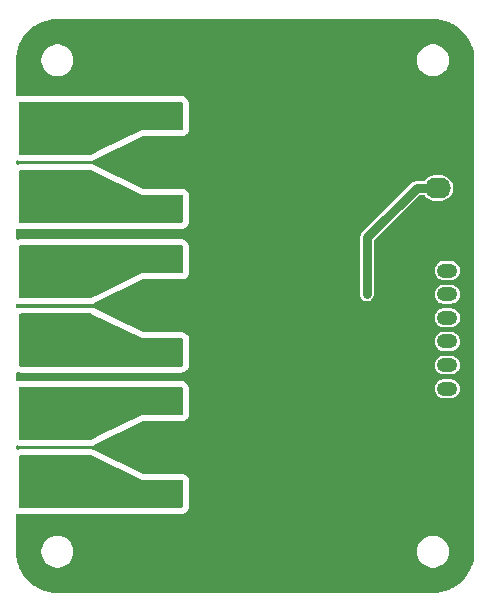
<source format=gbr>
%TF.GenerationSoftware,KiCad,Pcbnew,9.0.2*%
%TF.CreationDate,2025-07-21T15:30:35-04:00*%
%TF.ProjectId,Three Phase Current Sensor,54687265-6520-4506-9861-736520437572,rev?*%
%TF.SameCoordinates,Original*%
%TF.FileFunction,Copper,L2,Bot*%
%TF.FilePolarity,Positive*%
%FSLAX46Y46*%
G04 Gerber Fmt 4.6, Leading zero omitted, Abs format (unit mm)*
G04 Created by KiCad (PCBNEW 9.0.2) date 2025-07-21 15:30:35*
%MOMM*%
%LPD*%
G01*
G04 APERTURE LIST*
G04 Aperture macros list*
%AMRoundRect*
0 Rectangle with rounded corners*
0 $1 Rounding radius*
0 $2 $3 $4 $5 $6 $7 $8 $9 X,Y pos of 4 corners*
0 Add a 4 corners polygon primitive as box body*
4,1,4,$2,$3,$4,$5,$6,$7,$8,$9,$2,$3,0*
0 Add four circle primitives for the rounded corners*
1,1,$1+$1,$2,$3*
1,1,$1+$1,$4,$5*
1,1,$1+$1,$6,$7*
1,1,$1+$1,$8,$9*
0 Add four rect primitives between the rounded corners*
20,1,$1+$1,$2,$3,$4,$5,0*
20,1,$1+$1,$4,$5,$6,$7,0*
20,1,$1+$1,$6,$7,$8,$9,0*
20,1,$1+$1,$8,$9,$2,$3,0*%
G04 Aperture macros list end*
%TA.AperFunction,ComponentPad*%
%ADD10RoundRect,0.250000X-1.050000X1.050000X-1.050000X-1.050000X1.050000X-1.050000X1.050000X1.050000X0*%
%TD*%
%TA.AperFunction,ComponentPad*%
%ADD11C,2.600000*%
%TD*%
%TA.AperFunction,ComponentPad*%
%ADD12RoundRect,0.250000X-0.845000X0.620000X-0.845000X-0.620000X0.845000X-0.620000X0.845000X0.620000X0*%
%TD*%
%TA.AperFunction,ComponentPad*%
%ADD13O,2.190000X1.740000*%
%TD*%
%TA.AperFunction,ComponentPad*%
%ADD14RoundRect,0.250000X-0.625000X0.350000X-0.625000X-0.350000X0.625000X-0.350000X0.625000X0.350000X0*%
%TD*%
%TA.AperFunction,ComponentPad*%
%ADD15O,1.750000X1.200000*%
%TD*%
%TA.AperFunction,ViaPad*%
%ADD16C,0.600000*%
%TD*%
%TA.AperFunction,Conductor*%
%ADD17C,0.750000*%
%TD*%
G04 APERTURE END LIST*
D10*
%TO.P,J2,1,Pin_1*%
%TO.N,/Sensor U/IN_+*%
X61227500Y-48455000D03*
D11*
%TO.P,J2,2,Pin_2*%
%TO.N,/Sensor U/IN_-*%
X61227500Y-53535000D03*
%TD*%
D12*
%TO.P,J5,1,Pin_1*%
%TO.N,GND*%
X92000000Y-50460000D03*
D13*
%TO.P,J5,2,Pin_2*%
%TO.N,+3V3*%
X92000000Y-53000000D03*
%TD*%
D14*
%TO.P,J1,1,Pin_1*%
%TO.N,GND*%
X92800000Y-58000000D03*
D15*
%TO.P,J1,2,Pin_2*%
%TO.N,OUT_U_+*%
X92800000Y-60000000D03*
%TO.P,J1,3,Pin_3*%
%TO.N,REF_OUT*%
X92800000Y-62000000D03*
%TO.P,J1,4,Pin_4*%
%TO.N,OUT_V_+*%
X92800000Y-64000000D03*
%TO.P,J1,5,Pin_5*%
%TO.N,REF_OUT*%
X92800000Y-66000000D03*
%TO.P,J1,6,Pin_6*%
%TO.N,OUT_W_+*%
X92800000Y-68000000D03*
%TO.P,J1,7,Pin_7*%
%TO.N,REF_OUT*%
X92800000Y-70000000D03*
%TO.P,J1,8,Pin_8*%
%TO.N,GND*%
X92800000Y-72000000D03*
%TD*%
D10*
%TO.P,J3,1,Pin_1*%
%TO.N,/Sensor V/IN_+*%
X61227500Y-60455000D03*
D11*
%TO.P,J3,2,Pin_2*%
%TO.N,/Sensor V/IN_-*%
X61227500Y-65535000D03*
%TD*%
D10*
%TO.P,J4,1,Pin_1*%
%TO.N,/Sensor W/IN_+*%
X61227500Y-72455000D03*
D11*
%TO.P,J4,2,Pin_2*%
%TO.N,/Sensor W/IN_-*%
X61227500Y-77535000D03*
%TD*%
D16*
%TO.N,GND*%
X82005331Y-62305331D03*
X76927500Y-55327500D03*
X85515000Y-71315000D03*
X78400000Y-58300000D03*
X78357500Y-70300000D03*
X72800000Y-46335000D03*
X76927500Y-79235000D03*
X74400000Y-55300000D03*
X74387500Y-67195000D03*
X74387500Y-79195000D03*
X76927500Y-67235000D03*
X80750000Y-65000000D03*
%TO.N,+3V3*%
X86000000Y-62000000D03*
X86000000Y-57200000D03*
%TO.N,/Sensor U/IN_-*%
X60000000Y-55650000D03*
X57000000Y-54650000D03*
X65000000Y-53650000D03*
X64000000Y-53650000D03*
X59000000Y-55650000D03*
X59000000Y-54650000D03*
X58000000Y-53650000D03*
X66000000Y-54650000D03*
X64000000Y-52650000D03*
X58000000Y-54650000D03*
X63000000Y-54650000D03*
X66000000Y-55650000D03*
X63000000Y-52650000D03*
X69000000Y-55650000D03*
X57000000Y-52650000D03*
X63000000Y-55650000D03*
X57000000Y-53650000D03*
X63000000Y-53650000D03*
X68000000Y-55650000D03*
X65000000Y-55650000D03*
X64000000Y-55650000D03*
X65000000Y-54650000D03*
X59000000Y-52650000D03*
X59000000Y-53650000D03*
X66000000Y-53650000D03*
X58000000Y-52650000D03*
X61000000Y-55650000D03*
X57000000Y-55650000D03*
X62000000Y-55650000D03*
X58000000Y-55650000D03*
X64000000Y-54650000D03*
X70000000Y-55650000D03*
X67000000Y-55650000D03*
%TO.N,/Sensor U/IN_+*%
X66000000Y-47100000D03*
X66000000Y-48100000D03*
X57000000Y-48100000D03*
X59000000Y-47100000D03*
X63000000Y-46100000D03*
X59000000Y-48100000D03*
X65000000Y-46100000D03*
X59000000Y-46100000D03*
X59000000Y-49100000D03*
X57000000Y-46100000D03*
X64000000Y-46100000D03*
X62000000Y-46100000D03*
X60000000Y-46100000D03*
X66000000Y-46100000D03*
X58000000Y-47100000D03*
X65000000Y-48100000D03*
X58000000Y-49100000D03*
X70000000Y-46100000D03*
X65000000Y-47100000D03*
X57000000Y-47100000D03*
X61000000Y-46100000D03*
X69000000Y-46100000D03*
X68000000Y-46100000D03*
X67000000Y-46100000D03*
X64000000Y-49100000D03*
X64000000Y-47100000D03*
X64000000Y-48100000D03*
X63000000Y-47100000D03*
X57000000Y-49100000D03*
X63000000Y-48100000D03*
X63000000Y-49100000D03*
X58000000Y-46100000D03*
X58000000Y-48100000D03*
%TO.N,/Sensor V/IN_-*%
X58000000Y-67800000D03*
X63000000Y-64800000D03*
X64000000Y-65800000D03*
X61000000Y-67800000D03*
X60000000Y-67800000D03*
X62000000Y-67800000D03*
X58000000Y-64800000D03*
X57000000Y-66800000D03*
X66000000Y-66800000D03*
X64000000Y-64800000D03*
X63000000Y-67800000D03*
X58000000Y-65800000D03*
X59000000Y-64800000D03*
X65000000Y-65800000D03*
X64000000Y-66800000D03*
X70000000Y-67800000D03*
X57000000Y-67800000D03*
X68000000Y-67800000D03*
X66000000Y-67800000D03*
X67000000Y-67800000D03*
X63000000Y-65800000D03*
X65000000Y-66800000D03*
X59000000Y-67800000D03*
X69000000Y-67800000D03*
X66000000Y-65800000D03*
X59000000Y-66800000D03*
X63000000Y-66800000D03*
X64000000Y-67800000D03*
X59000000Y-65800000D03*
X57000000Y-65800000D03*
X57000000Y-64800000D03*
X65000000Y-67800000D03*
X58000000Y-66800000D03*
%TO.N,/Sensor V/IN_+*%
X59000000Y-60200000D03*
X69000000Y-58200000D03*
X64000000Y-58200000D03*
X64000000Y-61200000D03*
X65000000Y-58200000D03*
X62000000Y-58200000D03*
X66000000Y-59200000D03*
X63000000Y-60200000D03*
X59000000Y-59200000D03*
X64000000Y-60200000D03*
X58000000Y-61200000D03*
X59000000Y-58200000D03*
X57000000Y-58200000D03*
X63000000Y-59200000D03*
X57000000Y-61200000D03*
X66000000Y-60200000D03*
X57000000Y-60200000D03*
X67000000Y-58200000D03*
X63000000Y-61200000D03*
X59000000Y-61200000D03*
X58000000Y-59200000D03*
X70000000Y-58200000D03*
X58000000Y-58200000D03*
X68000000Y-58200000D03*
X63000000Y-58200000D03*
X61000000Y-58200000D03*
X60000000Y-58200000D03*
X65000000Y-60200000D03*
X57000000Y-59200000D03*
X66000000Y-58200000D03*
X58000000Y-60200000D03*
X65000000Y-59200000D03*
X64000000Y-59200000D03*
%TO.N,/Sensor W/IN_-*%
X68000000Y-79800000D03*
X66000000Y-77800000D03*
X58000000Y-78800000D03*
X57000000Y-77800000D03*
X65000000Y-78800000D03*
X69000000Y-79800000D03*
X59000000Y-76800000D03*
X58000000Y-76800000D03*
X64000000Y-78800000D03*
X59000000Y-79800000D03*
X70000000Y-79800000D03*
X64000000Y-79800000D03*
X57000000Y-78800000D03*
X65000000Y-77800000D03*
X63000000Y-76800000D03*
X57000000Y-79800000D03*
X63000000Y-79800000D03*
X62000000Y-79800000D03*
X59000000Y-78800000D03*
X66000000Y-78800000D03*
X66000000Y-79800000D03*
X60000000Y-79800000D03*
X59000000Y-77800000D03*
X63000000Y-78800000D03*
X58000000Y-79800000D03*
X57000000Y-76800000D03*
X67000000Y-79800000D03*
X58000000Y-77800000D03*
X63000000Y-77800000D03*
X65000000Y-79800000D03*
X64000000Y-77800000D03*
X61000000Y-79800000D03*
X64000000Y-76800000D03*
%TO.N,/Sensor W/IN_+*%
X63000000Y-70200000D03*
X64000000Y-71200000D03*
X67000000Y-70200000D03*
X63000000Y-73200000D03*
X63000000Y-71200000D03*
X61000000Y-70200000D03*
X70000000Y-70200000D03*
X60000000Y-70200000D03*
X64000000Y-72200000D03*
X57000000Y-73200000D03*
X59000000Y-72200000D03*
X59000000Y-70200000D03*
X66000000Y-72200000D03*
X64000000Y-73200000D03*
X57000000Y-72200000D03*
X64000000Y-70200000D03*
X66000000Y-71200000D03*
X63000000Y-72200000D03*
X58000000Y-70200000D03*
X62000000Y-70200000D03*
X69000000Y-70200000D03*
X59000000Y-73200000D03*
X58000000Y-71200000D03*
X66000000Y-70200000D03*
X59000000Y-71200000D03*
X65000000Y-72200000D03*
X65000000Y-70200000D03*
X68000000Y-70200000D03*
X57000000Y-70200000D03*
X57000000Y-71200000D03*
X58000000Y-72200000D03*
X58000000Y-73200000D03*
X65000000Y-71200000D03*
%TD*%
D17*
%TO.N,+3V3*%
X90200000Y-53000000D02*
X92000000Y-53000000D01*
X86000000Y-57200000D02*
X90200000Y-53000000D01*
X86000000Y-62000000D02*
X86000000Y-57200000D01*
%TD*%
%TA.AperFunction,Conductor*%
%TO.N,/Sensor U/IN_+*%
G36*
X70302411Y-45719685D02*
G01*
X70329174Y-45742900D01*
X70434802Y-45865072D01*
X70463757Y-45928660D01*
X70465000Y-45946172D01*
X70465000Y-47976000D01*
X70445315Y-48043039D01*
X70392511Y-48088794D01*
X70341000Y-48100000D01*
X66965000Y-48100000D01*
X63437260Y-49818642D01*
X62680182Y-50187475D01*
X62625874Y-50200000D01*
X56689000Y-50200000D01*
X56621961Y-50180315D01*
X56576206Y-50127511D01*
X56565000Y-50076000D01*
X56565000Y-45824000D01*
X56584685Y-45756961D01*
X56637489Y-45711206D01*
X56689000Y-45700000D01*
X70235372Y-45700000D01*
X70302411Y-45719685D01*
G37*
%TD.AperFunction*%
%TD*%
%TA.AperFunction,Conductor*%
%TO.N,/Sensor V/IN_-*%
G36*
X62680182Y-63647525D02*
G01*
X66965000Y-65735000D01*
X70341000Y-65735000D01*
X70408039Y-65754685D01*
X70453794Y-65807489D01*
X70465000Y-65859000D01*
X70465000Y-67888827D01*
X70457573Y-67914118D01*
X70453851Y-67940214D01*
X70446581Y-67951552D01*
X70445315Y-67955866D01*
X70434802Y-67969926D01*
X70329174Y-68092099D01*
X70270438Y-68129939D01*
X70235372Y-68135000D01*
X56689000Y-68135000D01*
X56621961Y-68115315D01*
X56576206Y-68062511D01*
X56565000Y-68011000D01*
X56565000Y-63759000D01*
X56584685Y-63691961D01*
X56637489Y-63646206D01*
X56689000Y-63635000D01*
X62625874Y-63635000D01*
X62680182Y-63647525D01*
G37*
%TD.AperFunction*%
%TD*%
%TA.AperFunction,Conductor*%
%TO.N,/Sensor V/IN_+*%
G36*
X70302411Y-57854685D02*
G01*
X70329174Y-57877900D01*
X70434802Y-58000072D01*
X70463757Y-58063660D01*
X70465000Y-58081172D01*
X70465000Y-60111000D01*
X70445315Y-60178039D01*
X70392511Y-60223794D01*
X70341000Y-60235000D01*
X66965000Y-60235000D01*
X63437260Y-61953642D01*
X62680182Y-62322475D01*
X62625874Y-62335000D01*
X56689000Y-62335000D01*
X56621961Y-62315315D01*
X56576206Y-62262511D01*
X56565000Y-62211000D01*
X56565000Y-57959000D01*
X56584685Y-57891961D01*
X56637489Y-57846206D01*
X56689000Y-57835000D01*
X70235372Y-57835000D01*
X70302411Y-57854685D01*
G37*
%TD.AperFunction*%
%TD*%
%TA.AperFunction,Conductor*%
%TO.N,/Sensor W/IN_+*%
G36*
X70302411Y-69854685D02*
G01*
X70329174Y-69877900D01*
X70434802Y-70000072D01*
X70463757Y-70063660D01*
X70465000Y-70081172D01*
X70465000Y-72111000D01*
X70445315Y-72178039D01*
X70392511Y-72223794D01*
X70341000Y-72235000D01*
X66965000Y-72235000D01*
X63437260Y-73953642D01*
X62680182Y-74322475D01*
X62625874Y-74335000D01*
X56689000Y-74335000D01*
X56621961Y-74315315D01*
X56576206Y-74262511D01*
X56565000Y-74211000D01*
X56565000Y-69959000D01*
X56584685Y-69891961D01*
X56637489Y-69846206D01*
X56689000Y-69835000D01*
X70235372Y-69835000D01*
X70302411Y-69854685D01*
G37*
%TD.AperFunction*%
%TD*%
%TA.AperFunction,Conductor*%
%TO.N,/Sensor U/IN_-*%
G36*
X62680182Y-51512525D02*
G01*
X66965000Y-53600000D01*
X70341000Y-53600000D01*
X70408039Y-53619685D01*
X70453794Y-53672489D01*
X70465000Y-53724000D01*
X70465000Y-55753827D01*
X70457573Y-55779118D01*
X70453851Y-55805214D01*
X70446581Y-55816552D01*
X70445315Y-55820866D01*
X70434802Y-55834926D01*
X70329174Y-55957099D01*
X70270438Y-55994939D01*
X70235372Y-56000000D01*
X56689000Y-56000000D01*
X56621961Y-55980315D01*
X56576206Y-55927511D01*
X56565000Y-55876000D01*
X56565000Y-51624000D01*
X56584685Y-51556961D01*
X56637489Y-51511206D01*
X56689000Y-51500000D01*
X62625874Y-51500000D01*
X62680182Y-51512525D01*
G37*
%TD.AperFunction*%
%TD*%
%TA.AperFunction,Conductor*%
%TO.N,/Sensor W/IN_-*%
G36*
X62680182Y-75647525D02*
G01*
X66965000Y-77735000D01*
X70341000Y-77735000D01*
X70408039Y-77754685D01*
X70453794Y-77807489D01*
X70465000Y-77859000D01*
X70465000Y-79888827D01*
X70457573Y-79914118D01*
X70453851Y-79940214D01*
X70446581Y-79951552D01*
X70445315Y-79955866D01*
X70434802Y-79969926D01*
X70329174Y-80092099D01*
X70270438Y-80129939D01*
X70235372Y-80135000D01*
X56689000Y-80135000D01*
X56621961Y-80115315D01*
X56576206Y-80062511D01*
X56565000Y-80011000D01*
X56565000Y-75759000D01*
X56584685Y-75691961D01*
X56637489Y-75646206D01*
X56689000Y-75635000D01*
X62625874Y-75635000D01*
X62680182Y-75647525D01*
G37*
%TD.AperFunction*%
%TD*%
%TA.AperFunction,Conductor*%
%TO.N,GND*%
G36*
X91603032Y-38700648D02*
G01*
X91936929Y-38717052D01*
X91949037Y-38718245D01*
X92052146Y-38733539D01*
X92276699Y-38766849D01*
X92288617Y-38769219D01*
X92609951Y-38849709D01*
X92621588Y-38853240D01*
X92692806Y-38878722D01*
X92933467Y-38964832D01*
X92944688Y-38969479D01*
X93244163Y-39111120D01*
X93254871Y-39116844D01*
X93538988Y-39287137D01*
X93549106Y-39293897D01*
X93815170Y-39491224D01*
X93824576Y-39498944D01*
X94070013Y-39721395D01*
X94078604Y-39729986D01*
X94265755Y-39936475D01*
X94301055Y-39975423D01*
X94308775Y-39984829D01*
X94506102Y-40250893D01*
X94512862Y-40261011D01*
X94641776Y-40476092D01*
X94683148Y-40545116D01*
X94688885Y-40555848D01*
X94830514Y-40855297D01*
X94835170Y-40866540D01*
X94946759Y-41178411D01*
X94950292Y-41190055D01*
X95030777Y-41511369D01*
X95033151Y-41523305D01*
X95081754Y-41850962D01*
X95082947Y-41863071D01*
X95099351Y-42196966D01*
X95099500Y-42203051D01*
X95099500Y-83796948D01*
X95099351Y-83803033D01*
X95082947Y-84136928D01*
X95081754Y-84149037D01*
X95033151Y-84476694D01*
X95030777Y-84488630D01*
X94950292Y-84809944D01*
X94946759Y-84821588D01*
X94835170Y-85133459D01*
X94830514Y-85144702D01*
X94688885Y-85444151D01*
X94683148Y-85454883D01*
X94512862Y-85738988D01*
X94506102Y-85749106D01*
X94308775Y-86015170D01*
X94301055Y-86024576D01*
X94078611Y-86270006D01*
X94070006Y-86278611D01*
X93824576Y-86501055D01*
X93815170Y-86508775D01*
X93549106Y-86706102D01*
X93538988Y-86712862D01*
X93254883Y-86883148D01*
X93244151Y-86888885D01*
X92944702Y-87030514D01*
X92933459Y-87035170D01*
X92621588Y-87146759D01*
X92609944Y-87150292D01*
X92288630Y-87230777D01*
X92276694Y-87233151D01*
X91949037Y-87281754D01*
X91936928Y-87282947D01*
X91621989Y-87298419D01*
X91603031Y-87299351D01*
X91596949Y-87299500D01*
X59803051Y-87299500D01*
X59796968Y-87299351D01*
X59776900Y-87298365D01*
X59463071Y-87282947D01*
X59450962Y-87281754D01*
X59123305Y-87233151D01*
X59111369Y-87230777D01*
X58790055Y-87150292D01*
X58778411Y-87146759D01*
X58466540Y-87035170D01*
X58455301Y-87030515D01*
X58155844Y-86888883D01*
X58145121Y-86883150D01*
X57861011Y-86712862D01*
X57850893Y-86706102D01*
X57584829Y-86508775D01*
X57575423Y-86501055D01*
X57536475Y-86465755D01*
X57329986Y-86278604D01*
X57321395Y-86270013D01*
X57098944Y-86024576D01*
X57091224Y-86015170D01*
X56893897Y-85749106D01*
X56887137Y-85738988D01*
X56716844Y-85454871D01*
X56711120Y-85444163D01*
X56569479Y-85144688D01*
X56564829Y-85133459D01*
X56535523Y-85051555D01*
X56453240Y-84821588D01*
X56449707Y-84809944D01*
X56417106Y-84679792D01*
X56369219Y-84488617D01*
X56366848Y-84476694D01*
X56318245Y-84149037D01*
X56317052Y-84136927D01*
X56300649Y-83803032D01*
X56300500Y-83796948D01*
X56300500Y-83693713D01*
X58449500Y-83693713D01*
X58449500Y-83906287D01*
X58482754Y-84116243D01*
X58493409Y-84149037D01*
X58548444Y-84318414D01*
X58644951Y-84507820D01*
X58769890Y-84679786D01*
X58920213Y-84830109D01*
X59092179Y-84955048D01*
X59092181Y-84955049D01*
X59092184Y-84955051D01*
X59281588Y-85051557D01*
X59483757Y-85117246D01*
X59693713Y-85150500D01*
X59693714Y-85150500D01*
X59906286Y-85150500D01*
X59906287Y-85150500D01*
X60116243Y-85117246D01*
X60318412Y-85051557D01*
X60507816Y-84955051D01*
X60529789Y-84939086D01*
X60679786Y-84830109D01*
X60679788Y-84830106D01*
X60679792Y-84830104D01*
X60830104Y-84679792D01*
X60830106Y-84679788D01*
X60830109Y-84679786D01*
X60955048Y-84507820D01*
X60955047Y-84507820D01*
X60955051Y-84507816D01*
X61051557Y-84318412D01*
X61117246Y-84116243D01*
X61150500Y-83906287D01*
X61150500Y-83693713D01*
X90249500Y-83693713D01*
X90249500Y-83906287D01*
X90282754Y-84116243D01*
X90293409Y-84149037D01*
X90348444Y-84318414D01*
X90444951Y-84507820D01*
X90569890Y-84679786D01*
X90720213Y-84830109D01*
X90892179Y-84955048D01*
X90892181Y-84955049D01*
X90892184Y-84955051D01*
X91081588Y-85051557D01*
X91283757Y-85117246D01*
X91493713Y-85150500D01*
X91493714Y-85150500D01*
X91706286Y-85150500D01*
X91706287Y-85150500D01*
X91916243Y-85117246D01*
X92118412Y-85051557D01*
X92307816Y-84955051D01*
X92329789Y-84939086D01*
X92479786Y-84830109D01*
X92479788Y-84830106D01*
X92479792Y-84830104D01*
X92630104Y-84679792D01*
X92630106Y-84679788D01*
X92630109Y-84679786D01*
X92755048Y-84507820D01*
X92755047Y-84507820D01*
X92755051Y-84507816D01*
X92851557Y-84318412D01*
X92917246Y-84116243D01*
X92950500Y-83906287D01*
X92950500Y-83693713D01*
X92917246Y-83483757D01*
X92851557Y-83281588D01*
X92755051Y-83092184D01*
X92755049Y-83092181D01*
X92755048Y-83092179D01*
X92630109Y-82920213D01*
X92479786Y-82769890D01*
X92307820Y-82644951D01*
X92118414Y-82548444D01*
X92118413Y-82548443D01*
X92118412Y-82548443D01*
X91916243Y-82482754D01*
X91916241Y-82482753D01*
X91916240Y-82482753D01*
X91754957Y-82457208D01*
X91706287Y-82449500D01*
X91493713Y-82449500D01*
X91445042Y-82457208D01*
X91283760Y-82482753D01*
X91081585Y-82548444D01*
X90892179Y-82644951D01*
X90720213Y-82769890D01*
X90569890Y-82920213D01*
X90444951Y-83092179D01*
X90348444Y-83281585D01*
X90282753Y-83483760D01*
X90249500Y-83693713D01*
X61150500Y-83693713D01*
X61117246Y-83483757D01*
X61051557Y-83281588D01*
X60955051Y-83092184D01*
X60955049Y-83092181D01*
X60955048Y-83092179D01*
X60830109Y-82920213D01*
X60679786Y-82769890D01*
X60507820Y-82644951D01*
X60318414Y-82548444D01*
X60318413Y-82548443D01*
X60318412Y-82548443D01*
X60116243Y-82482754D01*
X60116241Y-82482753D01*
X60116240Y-82482753D01*
X59954957Y-82457208D01*
X59906287Y-82449500D01*
X59693713Y-82449500D01*
X59645042Y-82457208D01*
X59483760Y-82482753D01*
X59281585Y-82548444D01*
X59092179Y-82644951D01*
X58920213Y-82769890D01*
X58769890Y-82920213D01*
X58644951Y-83092179D01*
X58548444Y-83281585D01*
X58482753Y-83483760D01*
X58449500Y-83693713D01*
X56300500Y-83693713D01*
X56300500Y-80711520D01*
X56320185Y-80644481D01*
X56372989Y-80598726D01*
X56442147Y-80588782D01*
X56476016Y-80598728D01*
X56479541Y-80600338D01*
X56546580Y-80620023D01*
X56546584Y-80620024D01*
X56689000Y-80640500D01*
X56689003Y-80640500D01*
X70235364Y-80640500D01*
X70235372Y-80640500D01*
X70299496Y-80635896D01*
X70307583Y-80635316D01*
X70307589Y-80635314D01*
X70342648Y-80630255D01*
X70413395Y-80614804D01*
X70544206Y-80554887D01*
X70602942Y-80517047D01*
X70711570Y-80422710D01*
X70711577Y-80422702D01*
X70817178Y-80300561D01*
X70817188Y-80300548D01*
X70817198Y-80300537D01*
X70839644Y-80272636D01*
X70850157Y-80258576D01*
X70870610Y-80229096D01*
X70874317Y-80220975D01*
X70879386Y-80213070D01*
X70913907Y-80149688D01*
X70926464Y-80106743D01*
X70930172Y-80098618D01*
X70930175Y-80098616D01*
X70930182Y-80098598D01*
X70930360Y-80098209D01*
X70931626Y-80093895D01*
X70931625Y-80093894D01*
X70933073Y-80088962D01*
X70933080Y-80088940D01*
X70942591Y-80056549D01*
X70942592Y-80056550D01*
X70950019Y-80031259D01*
X70950024Y-80031243D01*
X70950833Y-80025611D01*
X70951763Y-80021328D01*
X70952294Y-80020354D01*
X70953931Y-80012808D01*
X70954285Y-80011596D01*
X70954287Y-80011590D01*
X70958009Y-79985494D01*
X70958007Y-79985493D01*
X70963706Y-79945541D01*
X70964148Y-79933002D01*
X70970500Y-79888824D01*
X70970500Y-77859010D01*
X70970500Y-77859000D01*
X70958947Y-77751544D01*
X70947741Y-77700033D01*
X70947637Y-77699722D01*
X70913616Y-77597502D01*
X70913613Y-77597496D01*
X70835828Y-77476462D01*
X70835825Y-77476457D01*
X70835820Y-77476451D01*
X70790076Y-77423659D01*
X70790072Y-77423656D01*
X70790070Y-77423653D01*
X70681336Y-77329433D01*
X70681333Y-77329431D01*
X70681331Y-77329430D01*
X70550465Y-77269664D01*
X70550460Y-77269662D01*
X70550459Y-77269662D01*
X70483420Y-77249977D01*
X70483422Y-77249977D01*
X70483417Y-77249976D01*
X70435944Y-77243150D01*
X70341000Y-77229500D01*
X70340998Y-77229500D01*
X67110184Y-77229500D01*
X67055876Y-77216975D01*
X62901576Y-75193086D01*
X62793785Y-75154955D01*
X62739480Y-75142431D01*
X62739478Y-75142430D01*
X62739475Y-75142430D01*
X62625874Y-75129500D01*
X56689000Y-75129500D01*
X56688991Y-75129500D01*
X56688990Y-75129501D01*
X56581549Y-75141052D01*
X56581537Y-75141054D01*
X56530032Y-75152259D01*
X56463658Y-75174350D01*
X56435116Y-75175369D01*
X56406853Y-75179433D01*
X56400648Y-75176599D01*
X56393833Y-75176843D01*
X56369274Y-75162271D01*
X56343297Y-75150408D01*
X56339609Y-75144670D01*
X56333744Y-75141190D01*
X56320961Y-75115653D01*
X56305523Y-75091630D01*
X56304147Y-75082060D01*
X56302470Y-75078710D01*
X56300500Y-75056695D01*
X56300500Y-74911520D01*
X56320185Y-74844481D01*
X56372989Y-74798726D01*
X56442147Y-74788782D01*
X56476016Y-74798728D01*
X56479541Y-74800338D01*
X56546580Y-74820023D01*
X56546584Y-74820024D01*
X56689000Y-74840500D01*
X56689003Y-74840500D01*
X62625870Y-74840500D01*
X62625874Y-74840500D01*
X62739475Y-74827570D01*
X62793783Y-74815045D01*
X62901576Y-74776914D01*
X67055876Y-72753025D01*
X67110184Y-72740500D01*
X70340990Y-72740500D01*
X70341000Y-72740500D01*
X70448456Y-72728947D01*
X70499967Y-72717741D01*
X70534197Y-72706347D01*
X70602497Y-72683616D01*
X70602501Y-72683613D01*
X70602504Y-72683613D01*
X70723543Y-72605825D01*
X70776347Y-72560070D01*
X70870567Y-72451336D01*
X70930338Y-72320459D01*
X70950023Y-72253420D01*
X70950024Y-72253416D01*
X70970500Y-72111000D01*
X70970500Y-70081172D01*
X70970417Y-70078844D01*
X70969231Y-70045391D01*
X70969231Y-70045382D01*
X70967988Y-70027870D01*
X70964191Y-69992271D01*
X70943394Y-69921153D01*
X91724500Y-69921153D01*
X91724500Y-70078846D01*
X91755261Y-70233489D01*
X91755264Y-70233501D01*
X91815602Y-70379172D01*
X91815609Y-70379185D01*
X91903210Y-70510288D01*
X91903213Y-70510292D01*
X92014707Y-70621786D01*
X92014711Y-70621789D01*
X92145814Y-70709390D01*
X92145827Y-70709397D01*
X92291498Y-70769735D01*
X92291503Y-70769737D01*
X92446153Y-70800499D01*
X92446156Y-70800500D01*
X92446158Y-70800500D01*
X93153844Y-70800500D01*
X93153845Y-70800499D01*
X93308497Y-70769737D01*
X93454179Y-70709394D01*
X93585289Y-70621789D01*
X93696789Y-70510289D01*
X93784394Y-70379179D01*
X93844737Y-70233497D01*
X93875500Y-70078842D01*
X93875500Y-69921158D01*
X93875500Y-69921155D01*
X93875499Y-69921153D01*
X93862175Y-69854168D01*
X93844737Y-69766503D01*
X93804541Y-69669460D01*
X93784397Y-69620827D01*
X93784390Y-69620814D01*
X93696789Y-69489711D01*
X93696786Y-69489707D01*
X93585292Y-69378213D01*
X93585288Y-69378210D01*
X93454185Y-69290609D01*
X93454172Y-69290602D01*
X93308501Y-69230264D01*
X93308489Y-69230261D01*
X93153845Y-69199500D01*
X93153842Y-69199500D01*
X92446158Y-69199500D01*
X92446155Y-69199500D01*
X92291510Y-69230261D01*
X92291498Y-69230264D01*
X92145827Y-69290602D01*
X92145814Y-69290609D01*
X92014711Y-69378210D01*
X92014707Y-69378213D01*
X91903213Y-69489707D01*
X91903210Y-69489711D01*
X91815609Y-69620814D01*
X91815602Y-69620827D01*
X91755264Y-69766498D01*
X91755261Y-69766510D01*
X91724500Y-69921153D01*
X70943394Y-69921153D01*
X70923807Y-69854175D01*
X70894852Y-69790587D01*
X70894851Y-69790585D01*
X70879416Y-69766510D01*
X70817196Y-69669459D01*
X70817193Y-69669455D01*
X70711569Y-69547288D01*
X70711566Y-69547284D01*
X70660411Y-69496045D01*
X70660404Y-69496039D01*
X70633646Y-69472828D01*
X70633638Y-69472822D01*
X70575712Y-69429435D01*
X70444834Y-69369663D01*
X70377789Y-69349976D01*
X70315719Y-69341052D01*
X70235372Y-69329500D01*
X56689000Y-69329500D01*
X56688991Y-69329500D01*
X56688990Y-69329501D01*
X56581549Y-69341052D01*
X56581537Y-69341054D01*
X56530032Y-69352259D01*
X56463658Y-69374350D01*
X56393833Y-69376843D01*
X56333744Y-69341190D01*
X56302470Y-69278710D01*
X56300500Y-69256695D01*
X56300500Y-68711520D01*
X56320185Y-68644481D01*
X56372989Y-68598726D01*
X56442147Y-68588782D01*
X56476016Y-68598728D01*
X56479541Y-68600338D01*
X56546580Y-68620023D01*
X56546584Y-68620024D01*
X56689000Y-68640500D01*
X56689003Y-68640500D01*
X70235364Y-68640500D01*
X70235372Y-68640500D01*
X70299496Y-68635896D01*
X70307583Y-68635316D01*
X70307589Y-68635314D01*
X70342648Y-68630255D01*
X70413395Y-68614804D01*
X70544206Y-68554887D01*
X70602942Y-68517047D01*
X70711570Y-68422710D01*
X70749212Y-68379172D01*
X70817178Y-68300561D01*
X70817188Y-68300548D01*
X70817198Y-68300537D01*
X70839644Y-68272636D01*
X70850157Y-68258576D01*
X70870610Y-68229096D01*
X70874317Y-68220975D01*
X70879386Y-68213070D01*
X70913907Y-68149688D01*
X70926464Y-68106743D01*
X70930172Y-68098618D01*
X70930175Y-68098616D01*
X70930182Y-68098598D01*
X70930360Y-68098209D01*
X70931626Y-68093895D01*
X70931625Y-68093894D01*
X70933073Y-68088962D01*
X70933080Y-68088940D01*
X70942591Y-68056549D01*
X70942592Y-68056550D01*
X70950019Y-68031259D01*
X70950024Y-68031243D01*
X70950833Y-68025611D01*
X70951763Y-68021328D01*
X70952294Y-68020354D01*
X70953931Y-68012808D01*
X70954285Y-68011596D01*
X70954287Y-68011590D01*
X70958009Y-67985494D01*
X70958007Y-67985493D01*
X70963706Y-67945540D01*
X70964148Y-67933004D01*
X70965852Y-67921153D01*
X91724500Y-67921153D01*
X91724500Y-68078846D01*
X91755261Y-68233489D01*
X91755264Y-68233501D01*
X91815602Y-68379172D01*
X91815609Y-68379185D01*
X91903210Y-68510288D01*
X91903213Y-68510292D01*
X92014707Y-68621786D01*
X92014711Y-68621789D01*
X92145814Y-68709390D01*
X92145827Y-68709397D01*
X92291498Y-68769735D01*
X92291503Y-68769737D01*
X92446153Y-68800499D01*
X92446156Y-68800500D01*
X92446158Y-68800500D01*
X93153844Y-68800500D01*
X93153845Y-68800499D01*
X93308497Y-68769737D01*
X93421166Y-68723067D01*
X93454172Y-68709397D01*
X93454172Y-68709396D01*
X93454179Y-68709394D01*
X93585289Y-68621789D01*
X93696789Y-68510289D01*
X93784394Y-68379179D01*
X93844737Y-68233497D01*
X93875500Y-68078842D01*
X93875500Y-67921158D01*
X93875500Y-67921155D01*
X93875499Y-67921153D01*
X93869069Y-67888827D01*
X93844737Y-67766503D01*
X93844735Y-67766498D01*
X93784397Y-67620827D01*
X93784390Y-67620814D01*
X93696789Y-67489711D01*
X93696786Y-67489707D01*
X93585292Y-67378213D01*
X93585288Y-67378210D01*
X93454185Y-67290609D01*
X93454172Y-67290602D01*
X93308501Y-67230264D01*
X93308489Y-67230261D01*
X93153845Y-67199500D01*
X93153842Y-67199500D01*
X92446158Y-67199500D01*
X92446155Y-67199500D01*
X92291510Y-67230261D01*
X92291498Y-67230264D01*
X92145827Y-67290602D01*
X92145814Y-67290609D01*
X92014711Y-67378210D01*
X92014707Y-67378213D01*
X91903213Y-67489707D01*
X91903210Y-67489711D01*
X91815609Y-67620814D01*
X91815602Y-67620827D01*
X91755264Y-67766498D01*
X91755261Y-67766510D01*
X91724500Y-67921153D01*
X70965852Y-67921153D01*
X70969264Y-67897420D01*
X70970500Y-67888827D01*
X70970500Y-65921153D01*
X91724500Y-65921153D01*
X91724500Y-66078846D01*
X91755261Y-66233489D01*
X91755264Y-66233501D01*
X91815602Y-66379172D01*
X91815609Y-66379185D01*
X91903210Y-66510288D01*
X91903213Y-66510292D01*
X92014707Y-66621786D01*
X92014711Y-66621789D01*
X92145814Y-66709390D01*
X92145827Y-66709397D01*
X92291498Y-66769735D01*
X92291503Y-66769737D01*
X92446153Y-66800499D01*
X92446156Y-66800500D01*
X92446158Y-66800500D01*
X93153844Y-66800500D01*
X93153845Y-66800499D01*
X93308497Y-66769737D01*
X93454179Y-66709394D01*
X93585289Y-66621789D01*
X93696789Y-66510289D01*
X93784394Y-66379179D01*
X93844737Y-66233497D01*
X93875500Y-66078842D01*
X93875500Y-65921158D01*
X93875500Y-65921155D01*
X93875499Y-65921153D01*
X93844738Y-65766510D01*
X93844737Y-65766503D01*
X93838538Y-65751537D01*
X93784397Y-65620827D01*
X93784390Y-65620814D01*
X93696789Y-65489711D01*
X93696786Y-65489707D01*
X93585292Y-65378213D01*
X93585288Y-65378210D01*
X93454185Y-65290609D01*
X93454172Y-65290602D01*
X93308501Y-65230264D01*
X93308489Y-65230261D01*
X93153845Y-65199500D01*
X93153842Y-65199500D01*
X92446158Y-65199500D01*
X92446155Y-65199500D01*
X92291510Y-65230261D01*
X92291498Y-65230264D01*
X92145827Y-65290602D01*
X92145814Y-65290609D01*
X92014711Y-65378210D01*
X92014707Y-65378213D01*
X91903213Y-65489707D01*
X91903210Y-65489711D01*
X91815609Y-65620814D01*
X91815602Y-65620827D01*
X91755264Y-65766498D01*
X91755261Y-65766510D01*
X91724500Y-65921153D01*
X70970500Y-65921153D01*
X70970500Y-65859000D01*
X70958947Y-65751544D01*
X70947741Y-65700033D01*
X70947637Y-65699722D01*
X70913616Y-65597502D01*
X70913613Y-65597496D01*
X70835828Y-65476462D01*
X70835825Y-65476457D01*
X70835820Y-65476451D01*
X70790076Y-65423659D01*
X70790072Y-65423656D01*
X70790070Y-65423653D01*
X70681336Y-65329433D01*
X70681333Y-65329431D01*
X70681331Y-65329430D01*
X70550465Y-65269664D01*
X70550460Y-65269662D01*
X70550459Y-65269662D01*
X70483420Y-65249977D01*
X70483422Y-65249977D01*
X70483417Y-65249976D01*
X70435944Y-65243150D01*
X70341000Y-65229500D01*
X70340998Y-65229500D01*
X67110184Y-65229500D01*
X67055876Y-65216975D01*
X64612353Y-64026541D01*
X64396030Y-63921153D01*
X91724500Y-63921153D01*
X91724500Y-64078846D01*
X91755261Y-64233489D01*
X91755264Y-64233501D01*
X91815602Y-64379172D01*
X91815609Y-64379185D01*
X91903210Y-64510288D01*
X91903213Y-64510292D01*
X92014707Y-64621786D01*
X92014711Y-64621789D01*
X92145814Y-64709390D01*
X92145827Y-64709397D01*
X92291498Y-64769735D01*
X92291503Y-64769737D01*
X92446153Y-64800499D01*
X92446156Y-64800500D01*
X92446158Y-64800500D01*
X93153844Y-64800500D01*
X93153845Y-64800499D01*
X93308497Y-64769737D01*
X93454179Y-64709394D01*
X93585289Y-64621789D01*
X93696789Y-64510289D01*
X93784394Y-64379179D01*
X93844737Y-64233497D01*
X93875500Y-64078842D01*
X93875500Y-63921158D01*
X93875500Y-63921155D01*
X93875499Y-63921153D01*
X93844738Y-63766510D01*
X93844737Y-63766503D01*
X93844735Y-63766498D01*
X93784397Y-63620827D01*
X93784390Y-63620814D01*
X93696789Y-63489711D01*
X93696786Y-63489707D01*
X93585292Y-63378213D01*
X93585288Y-63378210D01*
X93454185Y-63290609D01*
X93454172Y-63290602D01*
X93308501Y-63230264D01*
X93308489Y-63230261D01*
X93153845Y-63199500D01*
X93153842Y-63199500D01*
X92446158Y-63199500D01*
X92446155Y-63199500D01*
X92291510Y-63230261D01*
X92291498Y-63230264D01*
X92145827Y-63290602D01*
X92145814Y-63290609D01*
X92014711Y-63378210D01*
X92014707Y-63378213D01*
X91903213Y-63489707D01*
X91903210Y-63489711D01*
X91815609Y-63620814D01*
X91815602Y-63620827D01*
X91755264Y-63766498D01*
X91755261Y-63766510D01*
X91724500Y-63921153D01*
X64396030Y-63921153D01*
X62901576Y-63193086D01*
X62793785Y-63154955D01*
X62739480Y-63142431D01*
X62739478Y-63142430D01*
X62739475Y-63142430D01*
X62625874Y-63129500D01*
X56689000Y-63129500D01*
X56688991Y-63129500D01*
X56688990Y-63129501D01*
X56581549Y-63141052D01*
X56581537Y-63141054D01*
X56530032Y-63152259D01*
X56463658Y-63174350D01*
X56435116Y-63175369D01*
X56406853Y-63179433D01*
X56400648Y-63176599D01*
X56393833Y-63176843D01*
X56369274Y-63162271D01*
X56343297Y-63150408D01*
X56339609Y-63144670D01*
X56333744Y-63141190D01*
X56320961Y-63115653D01*
X56305523Y-63091630D01*
X56304147Y-63082060D01*
X56302470Y-63078710D01*
X56300500Y-63056695D01*
X56300500Y-62911520D01*
X56320185Y-62844481D01*
X56372989Y-62798726D01*
X56442147Y-62788782D01*
X56476016Y-62798728D01*
X56479541Y-62800338D01*
X56546580Y-62820023D01*
X56546584Y-62820024D01*
X56689000Y-62840500D01*
X56689003Y-62840500D01*
X62625870Y-62840500D01*
X62625874Y-62840500D01*
X62739475Y-62827570D01*
X62793783Y-62815045D01*
X62901576Y-62776914D01*
X67055876Y-60753025D01*
X67110184Y-60740500D01*
X70340990Y-60740500D01*
X70341000Y-60740500D01*
X70448456Y-60728947D01*
X70499967Y-60717741D01*
X70534197Y-60706347D01*
X70602497Y-60683616D01*
X70602501Y-60683613D01*
X70602504Y-60683613D01*
X70723543Y-60605825D01*
X70776347Y-60560070D01*
X70870567Y-60451336D01*
X70930338Y-60320459D01*
X70950023Y-60253420D01*
X70950024Y-60253416D01*
X70970500Y-60111000D01*
X70970500Y-58081172D01*
X70969231Y-58045382D01*
X70967988Y-58027870D01*
X70964191Y-57992271D01*
X70923807Y-57854175D01*
X70894852Y-57790587D01*
X70894851Y-57790585D01*
X70817197Y-57669460D01*
X70711569Y-57547288D01*
X70711566Y-57547284D01*
X70660411Y-57496045D01*
X70660404Y-57496039D01*
X70633646Y-57472828D01*
X70633638Y-57472822D01*
X70575712Y-57429435D01*
X70560971Y-57422703D01*
X70460555Y-57376843D01*
X70444834Y-57369663D01*
X70377789Y-57349976D01*
X70315719Y-57341052D01*
X70235372Y-57329500D01*
X56689000Y-57329500D01*
X56688991Y-57329500D01*
X56688990Y-57329501D01*
X56581549Y-57341052D01*
X56581537Y-57341054D01*
X56530032Y-57352259D01*
X56463658Y-57374350D01*
X56393833Y-57376843D01*
X56333744Y-57341190D01*
X56302470Y-57278710D01*
X56300500Y-57256695D01*
X56300500Y-57124234D01*
X85424500Y-57124234D01*
X85424500Y-62075766D01*
X85444109Y-62148950D01*
X85463719Y-62222136D01*
X85470281Y-62233501D01*
X85539485Y-62353365D01*
X85646635Y-62460515D01*
X85777865Y-62536281D01*
X85924234Y-62575500D01*
X85924236Y-62575500D01*
X86075764Y-62575500D01*
X86075766Y-62575500D01*
X86222135Y-62536281D01*
X86353365Y-62460515D01*
X86460515Y-62353365D01*
X86536281Y-62222135D01*
X86575500Y-62075766D01*
X86575500Y-61921153D01*
X91724500Y-61921153D01*
X91724500Y-62078846D01*
X91755261Y-62233489D01*
X91755264Y-62233501D01*
X91815602Y-62379172D01*
X91815609Y-62379185D01*
X91903210Y-62510288D01*
X91903213Y-62510292D01*
X92014707Y-62621786D01*
X92014711Y-62621789D01*
X92145814Y-62709390D01*
X92145827Y-62709397D01*
X92291498Y-62769735D01*
X92291503Y-62769737D01*
X92437240Y-62798726D01*
X92446153Y-62800499D01*
X92446156Y-62800500D01*
X92446158Y-62800500D01*
X93153844Y-62800500D01*
X93153845Y-62800499D01*
X93308497Y-62769737D01*
X93454179Y-62709394D01*
X93585289Y-62621789D01*
X93696789Y-62510289D01*
X93784394Y-62379179D01*
X93844737Y-62233497D01*
X93875500Y-62078842D01*
X93875500Y-61921158D01*
X93875500Y-61921155D01*
X93875499Y-61921153D01*
X93844738Y-61766510D01*
X93844737Y-61766503D01*
X93844735Y-61766498D01*
X93784397Y-61620827D01*
X93784390Y-61620814D01*
X93696789Y-61489711D01*
X93696786Y-61489707D01*
X93585292Y-61378213D01*
X93585288Y-61378210D01*
X93454185Y-61290609D01*
X93454172Y-61290602D01*
X93308501Y-61230264D01*
X93308489Y-61230261D01*
X93153845Y-61199500D01*
X93153842Y-61199500D01*
X92446158Y-61199500D01*
X92446155Y-61199500D01*
X92291510Y-61230261D01*
X92291498Y-61230264D01*
X92145827Y-61290602D01*
X92145814Y-61290609D01*
X92014711Y-61378210D01*
X92014707Y-61378213D01*
X91903213Y-61489707D01*
X91903210Y-61489711D01*
X91815609Y-61620814D01*
X91815602Y-61620827D01*
X91755264Y-61766498D01*
X91755261Y-61766510D01*
X91724500Y-61921153D01*
X86575500Y-61921153D01*
X86575500Y-59921153D01*
X91724500Y-59921153D01*
X91724500Y-60078846D01*
X91755261Y-60233489D01*
X91755264Y-60233501D01*
X91815602Y-60379172D01*
X91815609Y-60379185D01*
X91903210Y-60510288D01*
X91903213Y-60510292D01*
X92014707Y-60621786D01*
X92014711Y-60621789D01*
X92145814Y-60709390D01*
X92145827Y-60709397D01*
X92251156Y-60753025D01*
X92291503Y-60769737D01*
X92446153Y-60800499D01*
X92446156Y-60800500D01*
X92446158Y-60800500D01*
X93153844Y-60800500D01*
X93153845Y-60800499D01*
X93308497Y-60769737D01*
X93421166Y-60723067D01*
X93454172Y-60709397D01*
X93454172Y-60709396D01*
X93454179Y-60709394D01*
X93585289Y-60621789D01*
X93696789Y-60510289D01*
X93784394Y-60379179D01*
X93844737Y-60233497D01*
X93875500Y-60078842D01*
X93875500Y-59921158D01*
X93875500Y-59921155D01*
X93875499Y-59921153D01*
X93844738Y-59766510D01*
X93844737Y-59766503D01*
X93844735Y-59766498D01*
X93784397Y-59620827D01*
X93784390Y-59620814D01*
X93696789Y-59489711D01*
X93696786Y-59489707D01*
X93585292Y-59378213D01*
X93585288Y-59378210D01*
X93454185Y-59290609D01*
X93454172Y-59290602D01*
X93308501Y-59230264D01*
X93308489Y-59230261D01*
X93153845Y-59199500D01*
X93153842Y-59199500D01*
X92446158Y-59199500D01*
X92446155Y-59199500D01*
X92291510Y-59230261D01*
X92291498Y-59230264D01*
X92145827Y-59290602D01*
X92145814Y-59290609D01*
X92014711Y-59378210D01*
X92014707Y-59378213D01*
X91903213Y-59489707D01*
X91903210Y-59489711D01*
X91815609Y-59620814D01*
X91815602Y-59620827D01*
X91755264Y-59766498D01*
X91755261Y-59766510D01*
X91724500Y-59921153D01*
X86575500Y-59921153D01*
X86575500Y-57489742D01*
X86595185Y-57422703D01*
X86611819Y-57402061D01*
X90402061Y-53611819D01*
X90463384Y-53578334D01*
X90489742Y-53575500D01*
X90805778Y-53575500D01*
X90872817Y-53595185D01*
X90908879Y-53630608D01*
X90931798Y-53664908D01*
X90943489Y-53682406D01*
X91092592Y-53831509D01*
X91092596Y-53831512D01*
X91267921Y-53948661D01*
X91267927Y-53948664D01*
X91267928Y-53948665D01*
X91462747Y-54029362D01*
X91669560Y-54070499D01*
X91669564Y-54070500D01*
X91669565Y-54070500D01*
X92330436Y-54070500D01*
X92330437Y-54070499D01*
X92537253Y-54029362D01*
X92732072Y-53948665D01*
X92907404Y-53831512D01*
X93056512Y-53682404D01*
X93173665Y-53507072D01*
X93254362Y-53312253D01*
X93295500Y-53105435D01*
X93295500Y-52894565D01*
X93254362Y-52687747D01*
X93173665Y-52492928D01*
X93173664Y-52492927D01*
X93173661Y-52492921D01*
X93056512Y-52317596D01*
X93056509Y-52317592D01*
X92907407Y-52168490D01*
X92907403Y-52168487D01*
X92732078Y-52051338D01*
X92732069Y-52051333D01*
X92537253Y-51970638D01*
X92537245Y-51970636D01*
X92330439Y-51929500D01*
X92330435Y-51929500D01*
X91669565Y-51929500D01*
X91669560Y-51929500D01*
X91462754Y-51970636D01*
X91462746Y-51970638D01*
X91267930Y-52051333D01*
X91267921Y-52051338D01*
X91092596Y-52168487D01*
X91092592Y-52168490D01*
X90943489Y-52317593D01*
X90922595Y-52348864D01*
X90908879Y-52369391D01*
X90855269Y-52414195D01*
X90805778Y-52424500D01*
X90124234Y-52424500D01*
X89977863Y-52463719D01*
X89846635Y-52539485D01*
X89846632Y-52539487D01*
X85539487Y-56846632D01*
X85539485Y-56846635D01*
X85463719Y-56977863D01*
X85424500Y-57124234D01*
X56300500Y-57124234D01*
X56300500Y-56576520D01*
X56320185Y-56509481D01*
X56372989Y-56463726D01*
X56442147Y-56453782D01*
X56476016Y-56463728D01*
X56479541Y-56465338D01*
X56546580Y-56485023D01*
X56546584Y-56485024D01*
X56689000Y-56505500D01*
X56689003Y-56505500D01*
X70235364Y-56505500D01*
X70235372Y-56505500D01*
X70299496Y-56500896D01*
X70307583Y-56500316D01*
X70307589Y-56500314D01*
X70342648Y-56495255D01*
X70413395Y-56479804D01*
X70544206Y-56419887D01*
X70602942Y-56382047D01*
X70711570Y-56287710D01*
X70711577Y-56287702D01*
X70817178Y-56165561D01*
X70817188Y-56165548D01*
X70817198Y-56165537D01*
X70839644Y-56137636D01*
X70850157Y-56123576D01*
X70870610Y-56094096D01*
X70874317Y-56085975D01*
X70879386Y-56078070D01*
X70913907Y-56014688D01*
X70926464Y-55971743D01*
X70930172Y-55963618D01*
X70930175Y-55963616D01*
X70930182Y-55963598D01*
X70930360Y-55963209D01*
X70931626Y-55958895D01*
X70931625Y-55958894D01*
X70933073Y-55953962D01*
X70933080Y-55953940D01*
X70942591Y-55921549D01*
X70942592Y-55921550D01*
X70950019Y-55896259D01*
X70950024Y-55896243D01*
X70950833Y-55890611D01*
X70951763Y-55886328D01*
X70952294Y-55885354D01*
X70953931Y-55877808D01*
X70954285Y-55876596D01*
X70954287Y-55876590D01*
X70958009Y-55850494D01*
X70958007Y-55850493D01*
X70963706Y-55810541D01*
X70964148Y-55798002D01*
X70970500Y-55753824D01*
X70970500Y-53724010D01*
X70970500Y-53724000D01*
X70958947Y-53616544D01*
X70947741Y-53565033D01*
X70947637Y-53564722D01*
X70913616Y-53462502D01*
X70913613Y-53462496D01*
X70835828Y-53341462D01*
X70835825Y-53341457D01*
X70810513Y-53312245D01*
X70790076Y-53288659D01*
X70790072Y-53288656D01*
X70790070Y-53288653D01*
X70681336Y-53194433D01*
X70681333Y-53194431D01*
X70681331Y-53194430D01*
X70550465Y-53134664D01*
X70550460Y-53134662D01*
X70550459Y-53134662D01*
X70483420Y-53114977D01*
X70483422Y-53114977D01*
X70483417Y-53114976D01*
X70435944Y-53108150D01*
X70341000Y-53094500D01*
X70340998Y-53094500D01*
X67110184Y-53094500D01*
X67055876Y-53081975D01*
X62901576Y-51058086D01*
X62793785Y-51019955D01*
X62739480Y-51007431D01*
X62739478Y-51007430D01*
X62739475Y-51007430D01*
X62625874Y-50994500D01*
X56689000Y-50994500D01*
X56688991Y-50994500D01*
X56688990Y-50994501D01*
X56581549Y-51006052D01*
X56581537Y-51006054D01*
X56530032Y-51017259D01*
X56463658Y-51039350D01*
X56435116Y-51040369D01*
X56406853Y-51044433D01*
X56400648Y-51041599D01*
X56393833Y-51041843D01*
X56369274Y-51027271D01*
X56343297Y-51015408D01*
X56339609Y-51009670D01*
X56333744Y-51006190D01*
X56320961Y-50980653D01*
X56305523Y-50956630D01*
X56304147Y-50947060D01*
X56302470Y-50943710D01*
X56300500Y-50921695D01*
X56300500Y-50776520D01*
X56320185Y-50709481D01*
X56372989Y-50663726D01*
X56442147Y-50653782D01*
X56476016Y-50663728D01*
X56479541Y-50665338D01*
X56546580Y-50685023D01*
X56546584Y-50685024D01*
X56689000Y-50705500D01*
X56689003Y-50705500D01*
X62625870Y-50705500D01*
X62625874Y-50705500D01*
X62739475Y-50692570D01*
X62793783Y-50680045D01*
X62901576Y-50641914D01*
X67055876Y-48618025D01*
X67110184Y-48605500D01*
X70340990Y-48605500D01*
X70341000Y-48605500D01*
X70448456Y-48593947D01*
X70499967Y-48582741D01*
X70534197Y-48571347D01*
X70602497Y-48548616D01*
X70602501Y-48548613D01*
X70602504Y-48548613D01*
X70723543Y-48470825D01*
X70776347Y-48425070D01*
X70870567Y-48316336D01*
X70930338Y-48185459D01*
X70950023Y-48118420D01*
X70950024Y-48118416D01*
X70970500Y-47976000D01*
X70970500Y-45946172D01*
X70969231Y-45910382D01*
X70967988Y-45892870D01*
X70964191Y-45857271D01*
X70923807Y-45719175D01*
X70894852Y-45655587D01*
X70894851Y-45655585D01*
X70817197Y-45534460D01*
X70711569Y-45412288D01*
X70711566Y-45412284D01*
X70660411Y-45361045D01*
X70660404Y-45361039D01*
X70633646Y-45337828D01*
X70633638Y-45337822D01*
X70575712Y-45294435D01*
X70444834Y-45234663D01*
X70377789Y-45214976D01*
X70315719Y-45206052D01*
X70235372Y-45194500D01*
X56689000Y-45194500D01*
X56688991Y-45194500D01*
X56688990Y-45194501D01*
X56581549Y-45206052D01*
X56581537Y-45206054D01*
X56530032Y-45217259D01*
X56463658Y-45239350D01*
X56393833Y-45241843D01*
X56333744Y-45206190D01*
X56302470Y-45143710D01*
X56300500Y-45121695D01*
X56300500Y-42203051D01*
X56300649Y-42196966D01*
X56305722Y-42093713D01*
X58449500Y-42093713D01*
X58449500Y-42306286D01*
X58482753Y-42516239D01*
X58548444Y-42718414D01*
X58644951Y-42907820D01*
X58769890Y-43079786D01*
X58920213Y-43230109D01*
X59092179Y-43355048D01*
X59092181Y-43355049D01*
X59092184Y-43355051D01*
X59281588Y-43451557D01*
X59483757Y-43517246D01*
X59693713Y-43550500D01*
X59693714Y-43550500D01*
X59906286Y-43550500D01*
X59906287Y-43550500D01*
X60116243Y-43517246D01*
X60318412Y-43451557D01*
X60507816Y-43355051D01*
X60529789Y-43339086D01*
X60679786Y-43230109D01*
X60679788Y-43230106D01*
X60679792Y-43230104D01*
X60830104Y-43079792D01*
X60830106Y-43079788D01*
X60830109Y-43079786D01*
X60955048Y-42907820D01*
X60955047Y-42907820D01*
X60955051Y-42907816D01*
X61051557Y-42718412D01*
X61117246Y-42516243D01*
X61150500Y-42306287D01*
X61150500Y-42093713D01*
X90249500Y-42093713D01*
X90249500Y-42306286D01*
X90282753Y-42516239D01*
X90348444Y-42718414D01*
X90444951Y-42907820D01*
X90569890Y-43079786D01*
X90720213Y-43230109D01*
X90892179Y-43355048D01*
X90892181Y-43355049D01*
X90892184Y-43355051D01*
X91081588Y-43451557D01*
X91283757Y-43517246D01*
X91493713Y-43550500D01*
X91493714Y-43550500D01*
X91706286Y-43550500D01*
X91706287Y-43550500D01*
X91916243Y-43517246D01*
X92118412Y-43451557D01*
X92307816Y-43355051D01*
X92329789Y-43339086D01*
X92479786Y-43230109D01*
X92479788Y-43230106D01*
X92479792Y-43230104D01*
X92630104Y-43079792D01*
X92630106Y-43079788D01*
X92630109Y-43079786D01*
X92755048Y-42907820D01*
X92755047Y-42907820D01*
X92755051Y-42907816D01*
X92851557Y-42718412D01*
X92917246Y-42516243D01*
X92950500Y-42306287D01*
X92950500Y-42093713D01*
X92917246Y-41883757D01*
X92851557Y-41681588D01*
X92755051Y-41492184D01*
X92755049Y-41492181D01*
X92755048Y-41492179D01*
X92630109Y-41320213D01*
X92479786Y-41169890D01*
X92307820Y-41044951D01*
X92118414Y-40948444D01*
X92118413Y-40948443D01*
X92118412Y-40948443D01*
X91916243Y-40882754D01*
X91916241Y-40882753D01*
X91916240Y-40882753D01*
X91754957Y-40857208D01*
X91706287Y-40849500D01*
X91493713Y-40849500D01*
X91445042Y-40857208D01*
X91283760Y-40882753D01*
X91081585Y-40948444D01*
X90892179Y-41044951D01*
X90720213Y-41169890D01*
X90569890Y-41320213D01*
X90444951Y-41492179D01*
X90348444Y-41681585D01*
X90282753Y-41883760D01*
X90249500Y-42093713D01*
X61150500Y-42093713D01*
X61117246Y-41883757D01*
X61051557Y-41681588D01*
X60955051Y-41492184D01*
X60955049Y-41492181D01*
X60955048Y-41492179D01*
X60830109Y-41320213D01*
X60679786Y-41169890D01*
X60507820Y-41044951D01*
X60318414Y-40948444D01*
X60318413Y-40948443D01*
X60318412Y-40948443D01*
X60116243Y-40882754D01*
X60116241Y-40882753D01*
X60116240Y-40882753D01*
X59954957Y-40857208D01*
X59906287Y-40849500D01*
X59693713Y-40849500D01*
X59645042Y-40857208D01*
X59483760Y-40882753D01*
X59281585Y-40948444D01*
X59092179Y-41044951D01*
X58920213Y-41169890D01*
X58769890Y-41320213D01*
X58644951Y-41492179D01*
X58548444Y-41681585D01*
X58482753Y-41883760D01*
X58449500Y-42093713D01*
X56305722Y-42093713D01*
X56306260Y-42082756D01*
X56306260Y-42082755D01*
X56317052Y-41863072D01*
X56318245Y-41850962D01*
X56343370Y-41681585D01*
X56366849Y-41523296D01*
X56369218Y-41511385D01*
X56449710Y-41190043D01*
X56453240Y-41178411D01*
X56500993Y-41044951D01*
X56564835Y-40866525D01*
X56569476Y-40855318D01*
X56711124Y-40555828D01*
X56716840Y-40545136D01*
X56887145Y-40260998D01*
X56893888Y-40250905D01*
X57091232Y-39984818D01*
X57098935Y-39975433D01*
X57321405Y-39729975D01*
X57329975Y-39721405D01*
X57575433Y-39498935D01*
X57584818Y-39491232D01*
X57850905Y-39293888D01*
X57860998Y-39287145D01*
X58145136Y-39116840D01*
X58155828Y-39111124D01*
X58455318Y-38969476D01*
X58466525Y-38964835D01*
X58778412Y-38853239D01*
X58790043Y-38849710D01*
X59111385Y-38769218D01*
X59123296Y-38766849D01*
X59450962Y-38718244D01*
X59463068Y-38717052D01*
X59796967Y-38700648D01*
X59803051Y-38700500D01*
X59865892Y-38700500D01*
X91534108Y-38700500D01*
X91596949Y-38700500D01*
X91603032Y-38700648D01*
G37*
%TD.AperFunction*%
%TD*%
M02*

</source>
